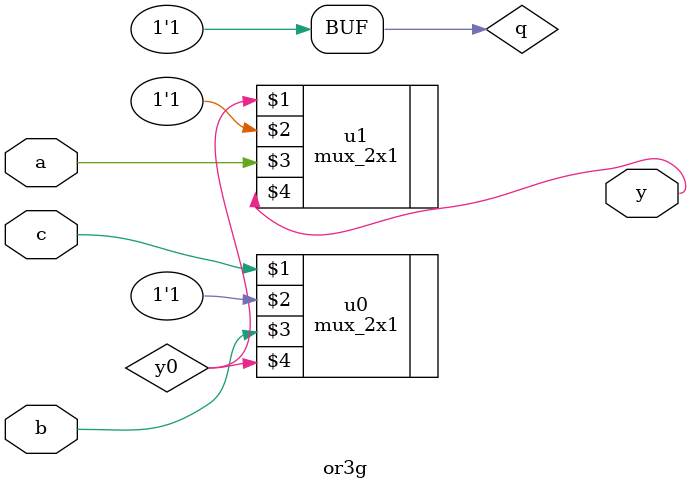
<source format=v>
`include "mux_2x1.v" 
module or3g(a,b,c,y);
input a,b,c;
wire q,y0;
output y;
// mux_2x1(i0, i1, sel, y);

assign q=a|(~a);

mux_2x1 u0(c,q,b,y0);
mux_2x1 u1(y0,q,a,y);

endmodule

</source>
